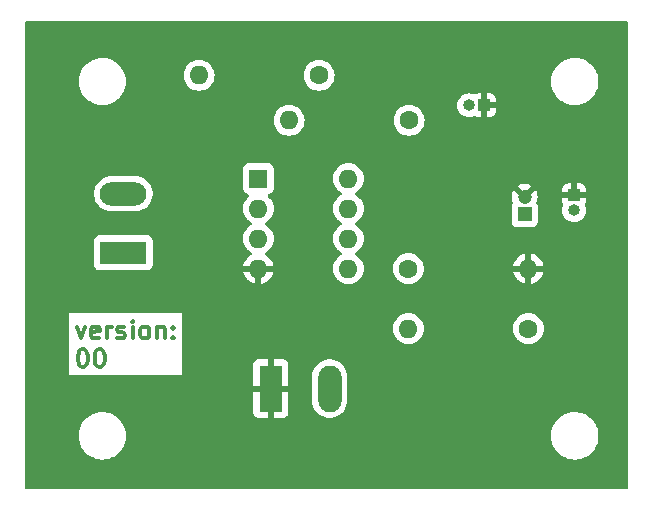
<source format=gbr>
%TF.GenerationSoftware,KiCad,Pcbnew,7.0.9*%
%TF.CreationDate,2023-12-14T14:42:03+01:00*%
%TF.ProjectId,Group15_AMP,47726f75-7031-4355-9f41-4d502e6b6963,00*%
%TF.SameCoordinates,PX66f2fb0PY6bcb370*%
%TF.FileFunction,Copper,L1,Top*%
%TF.FilePolarity,Positive*%
%FSLAX46Y46*%
G04 Gerber Fmt 4.6, Leading zero omitted, Abs format (unit mm)*
G04 Created by KiCad (PCBNEW 7.0.9) date 2023-12-14 14:42:03*
%MOMM*%
%LPD*%
G01*
G04 APERTURE LIST*
%ADD10C,0.300000*%
%TA.AperFunction,NonConductor*%
%ADD11C,0.300000*%
%TD*%
%TA.AperFunction,ComponentPad*%
%ADD12R,1.200000X1.200000*%
%TD*%
%TA.AperFunction,ComponentPad*%
%ADD13C,1.200000*%
%TD*%
%TA.AperFunction,ComponentPad*%
%ADD14R,3.960000X1.980000*%
%TD*%
%TA.AperFunction,ComponentPad*%
%ADD15O,3.960000X1.980000*%
%TD*%
%TA.AperFunction,ComponentPad*%
%ADD16R,1.980000X3.960000*%
%TD*%
%TA.AperFunction,ComponentPad*%
%ADD17O,1.980000X3.960000*%
%TD*%
%TA.AperFunction,ComponentPad*%
%ADD18C,1.600000*%
%TD*%
%TA.AperFunction,ComponentPad*%
%ADD19O,1.600000X1.600000*%
%TD*%
%TA.AperFunction,ComponentPad*%
%ADD20R,1.000000X1.000000*%
%TD*%
%TA.AperFunction,ComponentPad*%
%ADD21O,1.000000X1.000000*%
%TD*%
%TA.AperFunction,ComponentPad*%
%ADD22R,1.600000X1.600000*%
%TD*%
G04 APERTURE END LIST*
D10*
D11*
X4896653Y14284172D02*
X5253796Y13284172D01*
X5253796Y13284172D02*
X5610939Y14284172D01*
X6753796Y13355600D02*
X6610939Y13284172D01*
X6610939Y13284172D02*
X6325225Y13284172D01*
X6325225Y13284172D02*
X6182367Y13355600D01*
X6182367Y13355600D02*
X6110939Y13498458D01*
X6110939Y13498458D02*
X6110939Y14069886D01*
X6110939Y14069886D02*
X6182367Y14212743D01*
X6182367Y14212743D02*
X6325225Y14284172D01*
X6325225Y14284172D02*
X6610939Y14284172D01*
X6610939Y14284172D02*
X6753796Y14212743D01*
X6753796Y14212743D02*
X6825225Y14069886D01*
X6825225Y14069886D02*
X6825225Y13927029D01*
X6825225Y13927029D02*
X6110939Y13784172D01*
X7468081Y13284172D02*
X7468081Y14284172D01*
X7468081Y13998458D02*
X7539510Y14141315D01*
X7539510Y14141315D02*
X7610939Y14212743D01*
X7610939Y14212743D02*
X7753796Y14284172D01*
X7753796Y14284172D02*
X7896653Y14284172D01*
X8325224Y13355600D02*
X8468081Y13284172D01*
X8468081Y13284172D02*
X8753795Y13284172D01*
X8753795Y13284172D02*
X8896652Y13355600D01*
X8896652Y13355600D02*
X8968081Y13498458D01*
X8968081Y13498458D02*
X8968081Y13569886D01*
X8968081Y13569886D02*
X8896652Y13712743D01*
X8896652Y13712743D02*
X8753795Y13784172D01*
X8753795Y13784172D02*
X8539510Y13784172D01*
X8539510Y13784172D02*
X8396652Y13855600D01*
X8396652Y13855600D02*
X8325224Y13998458D01*
X8325224Y13998458D02*
X8325224Y14069886D01*
X8325224Y14069886D02*
X8396652Y14212743D01*
X8396652Y14212743D02*
X8539510Y14284172D01*
X8539510Y14284172D02*
X8753795Y14284172D01*
X8753795Y14284172D02*
X8896652Y14212743D01*
X9610938Y13284172D02*
X9610938Y14284172D01*
X9610938Y14784172D02*
X9539510Y14712743D01*
X9539510Y14712743D02*
X9610938Y14641315D01*
X9610938Y14641315D02*
X9682367Y14712743D01*
X9682367Y14712743D02*
X9610938Y14784172D01*
X9610938Y14784172D02*
X9610938Y14641315D01*
X10539510Y13284172D02*
X10396653Y13355600D01*
X10396653Y13355600D02*
X10325224Y13427029D01*
X10325224Y13427029D02*
X10253796Y13569886D01*
X10253796Y13569886D02*
X10253796Y13998458D01*
X10253796Y13998458D02*
X10325224Y14141315D01*
X10325224Y14141315D02*
X10396653Y14212743D01*
X10396653Y14212743D02*
X10539510Y14284172D01*
X10539510Y14284172D02*
X10753796Y14284172D01*
X10753796Y14284172D02*
X10896653Y14212743D01*
X10896653Y14212743D02*
X10968082Y14141315D01*
X10968082Y14141315D02*
X11039510Y13998458D01*
X11039510Y13998458D02*
X11039510Y13569886D01*
X11039510Y13569886D02*
X10968082Y13427029D01*
X10968082Y13427029D02*
X10896653Y13355600D01*
X10896653Y13355600D02*
X10753796Y13284172D01*
X10753796Y13284172D02*
X10539510Y13284172D01*
X11682367Y14284172D02*
X11682367Y13284172D01*
X11682367Y14141315D02*
X11753796Y14212743D01*
X11753796Y14212743D02*
X11896653Y14284172D01*
X11896653Y14284172D02*
X12110939Y14284172D01*
X12110939Y14284172D02*
X12253796Y14212743D01*
X12253796Y14212743D02*
X12325225Y14069886D01*
X12325225Y14069886D02*
X12325225Y13284172D01*
X13039510Y13427029D02*
X13110939Y13355600D01*
X13110939Y13355600D02*
X13039510Y13284172D01*
X13039510Y13284172D02*
X12968082Y13355600D01*
X12968082Y13355600D02*
X13039510Y13427029D01*
X13039510Y13427029D02*
X13039510Y13284172D01*
X13039510Y14212743D02*
X13110939Y14141315D01*
X13110939Y14141315D02*
X13039510Y14069886D01*
X13039510Y14069886D02*
X12968082Y14141315D01*
X12968082Y14141315D02*
X13039510Y14212743D01*
X13039510Y14212743D02*
X13039510Y14069886D01*
X5325225Y12369172D02*
X5468082Y12369172D01*
X5468082Y12369172D02*
X5610939Y12297743D01*
X5610939Y12297743D02*
X5682368Y12226315D01*
X5682368Y12226315D02*
X5753796Y12083458D01*
X5753796Y12083458D02*
X5825225Y11797743D01*
X5825225Y11797743D02*
X5825225Y11440600D01*
X5825225Y11440600D02*
X5753796Y11154886D01*
X5753796Y11154886D02*
X5682368Y11012029D01*
X5682368Y11012029D02*
X5610939Y10940600D01*
X5610939Y10940600D02*
X5468082Y10869172D01*
X5468082Y10869172D02*
X5325225Y10869172D01*
X5325225Y10869172D02*
X5182368Y10940600D01*
X5182368Y10940600D02*
X5110939Y11012029D01*
X5110939Y11012029D02*
X5039510Y11154886D01*
X5039510Y11154886D02*
X4968082Y11440600D01*
X4968082Y11440600D02*
X4968082Y11797743D01*
X4968082Y11797743D02*
X5039510Y12083458D01*
X5039510Y12083458D02*
X5110939Y12226315D01*
X5110939Y12226315D02*
X5182368Y12297743D01*
X5182368Y12297743D02*
X5325225Y12369172D01*
X6753796Y12369172D02*
X6896653Y12369172D01*
X6896653Y12369172D02*
X7039510Y12297743D01*
X7039510Y12297743D02*
X7110939Y12226315D01*
X7110939Y12226315D02*
X7182367Y12083458D01*
X7182367Y12083458D02*
X7253796Y11797743D01*
X7253796Y11797743D02*
X7253796Y11440600D01*
X7253796Y11440600D02*
X7182367Y11154886D01*
X7182367Y11154886D02*
X7110939Y11012029D01*
X7110939Y11012029D02*
X7039510Y10940600D01*
X7039510Y10940600D02*
X6896653Y10869172D01*
X6896653Y10869172D02*
X6753796Y10869172D01*
X6753796Y10869172D02*
X6610939Y10940600D01*
X6610939Y10940600D02*
X6539510Y11012029D01*
X6539510Y11012029D02*
X6468081Y11154886D01*
X6468081Y11154886D02*
X6396653Y11440600D01*
X6396653Y11440600D02*
X6396653Y11797743D01*
X6396653Y11797743D02*
X6468081Y12083458D01*
X6468081Y12083458D02*
X6539510Y12226315D01*
X6539510Y12226315D02*
X6610939Y12297743D01*
X6610939Y12297743D02*
X6753796Y12369172D01*
D12*
%TO.P,C1,1*%
%TO.N,IN3.3*%
X42800000Y23780000D03*
D13*
%TO.P,C1,2*%
%TO.N,GND*%
X42800000Y25280000D03*
%TD*%
D14*
%TO.P,J1,1,Pin_1*%
%TO.N,/Vin+*%
X8825000Y20540000D03*
D15*
%TO.P,J1,2,Pin_2*%
%TO.N,/Vin-*%
X8825000Y25540000D03*
%TD*%
D16*
%TO.P,J3,1,Pin_1*%
%TO.N,GND*%
X21300000Y9030000D03*
D17*
%TO.P,J3,2,Pin_2*%
%TO.N,IN3.3*%
X26300000Y9030000D03*
%TD*%
D18*
%TO.P,R2,1*%
%TO.N,Net-(Ina122-Pad5)*%
X32955000Y19190000D03*
D19*
%TO.P,R2,2*%
%TO.N,GND*%
X43115000Y19190000D03*
%TD*%
D20*
%TO.P,J4,1,Pin_1*%
%TO.N,GND*%
X39370000Y33020000D03*
D21*
%TO.P,J4,2,Pin_2*%
%TO.N,/Vo*%
X38100000Y33020000D03*
%TD*%
D20*
%TO.P,J2,1,Pin_1*%
%TO.N,GND*%
X46990000Y25400000D03*
D21*
%TO.P,J2,2,Pin_2*%
%TO.N,IN3.3*%
X46990000Y24130000D03*
%TD*%
D18*
%TO.P,RG1,1*%
%TO.N,Net-(RG1-Pad1)*%
X25400000Y35560000D03*
D19*
%TO.P,RG1,2*%
%TO.N,Net-(Ina122-Pad1)*%
X15240000Y35560000D03*
%TD*%
D18*
%TO.P,RG2,1*%
%TO.N,Net-(Ina122-Pad8)*%
X33020000Y31750000D03*
D19*
%TO.P,RG2,2*%
%TO.N,Net-(RG1-Pad1)*%
X22860000Y31750000D03*
%TD*%
D18*
%TO.P,R1,1*%
%TO.N,IN3.3*%
X43115000Y14110000D03*
D19*
%TO.P,R1,2*%
%TO.N,Net-(Ina122-Pad5)*%
X32955000Y14110000D03*
%TD*%
D22*
%TO.P,Ina122,1*%
%TO.N,Net-(Ina122-Pad1)*%
X20255000Y26810000D03*
D19*
%TO.P,Ina122,2*%
%TO.N,/Vin-*%
X20255000Y24270000D03*
%TO.P,Ina122,3*%
%TO.N,/Vin+*%
X20255000Y21730000D03*
%TO.P,Ina122,4*%
%TO.N,GND*%
X20255000Y19190000D03*
%TO.P,Ina122,5*%
%TO.N,Net-(Ina122-Pad5)*%
X27875000Y19190000D03*
%TO.P,Ina122,6*%
%TO.N,/Vo*%
X27875000Y21730000D03*
%TO.P,Ina122,7*%
%TO.N,IN3.3*%
X27875000Y24270000D03*
%TO.P,Ina122,8*%
%TO.N,Net-(Ina122-Pad8)*%
X27875000Y26810000D03*
%TD*%
%TA.AperFunction,Conductor*%
%TO.N,GND*%
G36*
X51495000Y40119538D02*
G01*
X51549538Y40065000D01*
X51569500Y39990500D01*
X51569500Y649500D01*
X51549538Y575000D01*
X51495000Y520462D01*
X51420500Y500500D01*
X649500Y500500D01*
X575000Y520462D01*
X520462Y575000D01*
X500500Y649500D01*
X500500Y5029995D01*
X5044390Y5029995D01*
X5064802Y4744583D01*
X5064804Y4744573D01*
X5125629Y4464960D01*
X5225633Y4196838D01*
X5362771Y3945688D01*
X5466128Y3807620D01*
X5534261Y3716605D01*
X5736605Y3514261D01*
X5873641Y3411677D01*
X5965687Y3342772D01*
X6216837Y3205634D01*
X6216839Y3205633D01*
X6484954Y3105631D01*
X6764572Y3044804D01*
X6764579Y3044804D01*
X6764582Y3044803D01*
X7049995Y3024390D01*
X7050000Y3024390D01*
X7050005Y3024390D01*
X7335417Y3044803D01*
X7335418Y3044804D01*
X7335428Y3044804D01*
X7615046Y3105631D01*
X7883161Y3205633D01*
X8022911Y3281943D01*
X8134312Y3342772D01*
X8134315Y3342774D01*
X8363395Y3514261D01*
X8565739Y3716605D01*
X8737226Y3945685D01*
X8874367Y4196839D01*
X8974369Y4464954D01*
X9035196Y4744572D01*
X9055610Y5029995D01*
X45044390Y5029995D01*
X45064802Y4744583D01*
X45064804Y4744573D01*
X45125629Y4464960D01*
X45225633Y4196838D01*
X45362771Y3945688D01*
X45466128Y3807620D01*
X45534261Y3716605D01*
X45736605Y3514261D01*
X45873641Y3411677D01*
X45965687Y3342772D01*
X46216837Y3205634D01*
X46216839Y3205633D01*
X46484954Y3105631D01*
X46764572Y3044804D01*
X46764579Y3044804D01*
X46764582Y3044803D01*
X47049995Y3024390D01*
X47050000Y3024390D01*
X47050005Y3024390D01*
X47335417Y3044803D01*
X47335418Y3044804D01*
X47335428Y3044804D01*
X47615046Y3105631D01*
X47883161Y3205633D01*
X48022911Y3281943D01*
X48134312Y3342772D01*
X48134315Y3342774D01*
X48363395Y3514261D01*
X48565739Y3716605D01*
X48737226Y3945685D01*
X48874367Y4196839D01*
X48974369Y4464954D01*
X49035196Y4744572D01*
X49055610Y5030000D01*
X49035196Y5315428D01*
X48974369Y5595046D01*
X48874367Y5863161D01*
X48825083Y5953418D01*
X48737228Y6114313D01*
X48668323Y6206359D01*
X48565739Y6343395D01*
X48363395Y6545739D01*
X48272380Y6613872D01*
X48134312Y6717229D01*
X47883162Y6854367D01*
X47654533Y6939641D01*
X47615046Y6954369D01*
X47615044Y6954370D01*
X47615040Y6954371D01*
X47395271Y7002178D01*
X47335428Y7015196D01*
X47335426Y7015197D01*
X47335417Y7015198D01*
X47050005Y7035610D01*
X47049995Y7035610D01*
X46764582Y7015198D01*
X46764572Y7015196D01*
X46484959Y6954371D01*
X46216837Y6854367D01*
X45965687Y6717229D01*
X45736606Y6545740D01*
X45534260Y6343394D01*
X45362771Y6114313D01*
X45225633Y5863163D01*
X45125629Y5595041D01*
X45064804Y5315428D01*
X45064802Y5315418D01*
X45044390Y5030006D01*
X45044390Y5029995D01*
X9055610Y5029995D01*
X9055610Y5030000D01*
X9035196Y5315428D01*
X8974369Y5595046D01*
X8874367Y5863161D01*
X8825083Y5953418D01*
X8737228Y6114313D01*
X8668323Y6206359D01*
X8565739Y6343395D01*
X8363395Y6545739D01*
X8272380Y6613872D01*
X8134312Y6717229D01*
X7883162Y6854367D01*
X7654533Y6939641D01*
X7615046Y6954369D01*
X7615044Y6954370D01*
X7615040Y6954371D01*
X7395271Y7002178D01*
X19810000Y7002178D01*
X19810001Y7002158D01*
X19816401Y6942623D01*
X19866645Y6807916D01*
X19866650Y6807906D01*
X19952809Y6692813D01*
X19952812Y6692810D01*
X20067905Y6606651D01*
X20067915Y6606646D01*
X20202623Y6556402D01*
X20202621Y6556402D01*
X20262157Y6550002D01*
X20262177Y6550000D01*
X21050000Y6550000D01*
X21050000Y8418943D01*
X21140892Y8384472D01*
X21260081Y8370000D01*
X21339919Y8370000D01*
X21459108Y8384472D01*
X21550000Y8418943D01*
X21550000Y6550000D01*
X22337823Y6550000D01*
X22337842Y6550002D01*
X22397377Y6556402D01*
X22532084Y6606646D01*
X22532094Y6606651D01*
X22647187Y6692810D01*
X22647190Y6692813D01*
X22733349Y6807906D01*
X22733354Y6807916D01*
X22783598Y6942623D01*
X22789998Y7002158D01*
X22790000Y7002178D01*
X22790000Y7978360D01*
X24809500Y7978360D01*
X24824789Y7793836D01*
X24885428Y7554375D01*
X24984649Y7328175D01*
X24984652Y7328169D01*
X25087046Y7171444D01*
X25119756Y7121377D01*
X25287054Y6939643D01*
X25287056Y6939641D01*
X25456298Y6807916D01*
X25481980Y6787927D01*
X25481986Y6787924D01*
X25657740Y6692810D01*
X25699221Y6670362D01*
X25932850Y6590157D01*
X26176494Y6549500D01*
X26176496Y6549500D01*
X26423504Y6549500D01*
X26423506Y6549500D01*
X26667150Y6590157D01*
X26900779Y6670362D01*
X27118020Y6787927D01*
X27312948Y6939645D01*
X27480245Y7121379D01*
X27615348Y7328169D01*
X27714572Y7554377D01*
X27775210Y7793831D01*
X27790500Y7978355D01*
X27790500Y10081645D01*
X27775210Y10266169D01*
X27714572Y10505623D01*
X27615348Y10731831D01*
X27480245Y10938621D01*
X27480244Y10938622D01*
X27480243Y10938624D01*
X27352815Y11077047D01*
X27312948Y11120355D01*
X27312947Y11120356D01*
X27312945Y11120358D01*
X27312943Y11120360D01*
X27118024Y11272070D01*
X27118023Y11272071D01*
X27118020Y11272073D01*
X27118013Y11272077D01*
X26900784Y11389636D01*
X26900780Y11389638D01*
X26667153Y11469842D01*
X26667152Y11469843D01*
X26667150Y11469843D01*
X26423506Y11510500D01*
X26176494Y11510500D01*
X25932850Y11469843D01*
X25932848Y11469843D01*
X25932846Y11469842D01*
X25699219Y11389638D01*
X25699215Y11389636D01*
X25481986Y11272077D01*
X25481975Y11272070D01*
X25287056Y11120360D01*
X25287054Y11120358D01*
X25119756Y10938624D01*
X24984651Y10731829D01*
X24984649Y10731826D01*
X24885428Y10505626D01*
X24824789Y10266165D01*
X24809500Y10081640D01*
X24809500Y7978360D01*
X22790000Y7978360D01*
X22790000Y8780000D01*
X21914168Y8780000D01*
X21921643Y8794242D01*
X21960000Y8949862D01*
X21960000Y9110138D01*
X21921643Y9265758D01*
X21914168Y9280000D01*
X22790000Y9280000D01*
X22790000Y11057823D01*
X22789998Y11057843D01*
X22783598Y11117378D01*
X22733354Y11252085D01*
X22733349Y11252095D01*
X22647190Y11367188D01*
X22647187Y11367191D01*
X22532094Y11453350D01*
X22532084Y11453355D01*
X22397376Y11503599D01*
X22397378Y11503599D01*
X22337842Y11509999D01*
X22337823Y11510000D01*
X21550000Y11510000D01*
X21550000Y9641058D01*
X21459108Y9675528D01*
X21339919Y9690000D01*
X21260081Y9690000D01*
X21140892Y9675528D01*
X21050000Y9641058D01*
X21050000Y11510000D01*
X20262177Y11510000D01*
X20262157Y11509999D01*
X20202622Y11503599D01*
X20067915Y11453355D01*
X20067905Y11453350D01*
X19952812Y11367191D01*
X19952809Y11367188D01*
X19866650Y11252095D01*
X19866645Y11252085D01*
X19816401Y11117378D01*
X19810001Y11057843D01*
X19810000Y11057823D01*
X19810000Y9280000D01*
X20685832Y9280000D01*
X20678357Y9265758D01*
X20640000Y9110138D01*
X20640000Y8949862D01*
X20678357Y8794242D01*
X20685832Y8780000D01*
X19810000Y8780000D01*
X19810000Y7002178D01*
X7395271Y7002178D01*
X7335428Y7015196D01*
X7335426Y7015197D01*
X7335417Y7015198D01*
X7050005Y7035610D01*
X7049995Y7035610D01*
X6764582Y7015198D01*
X6764572Y7015196D01*
X6484959Y6954371D01*
X6216837Y6854367D01*
X5965687Y6717229D01*
X5736606Y6545740D01*
X5534260Y6343394D01*
X5362771Y6114313D01*
X5225633Y5863163D01*
X5125629Y5595041D01*
X5064804Y5315428D01*
X5064802Y5315418D01*
X5044390Y5030006D01*
X5044390Y5029995D01*
X500500Y5029995D01*
X500500Y15439963D01*
X4243387Y15439963D01*
X4243387Y10213660D01*
X13761439Y10213660D01*
X13761439Y14110000D01*
X31649532Y14110000D01*
X31669365Y13883308D01*
X31728261Y13663504D01*
X31824432Y13457266D01*
X31824435Y13457262D01*
X31824437Y13457259D01*
X31954951Y13270863D01*
X31954953Y13270861D01*
X32115861Y13109953D01*
X32302266Y12979432D01*
X32508504Y12883261D01*
X32728308Y12824365D01*
X32955000Y12804532D01*
X33181692Y12824365D01*
X33401496Y12883261D01*
X33607734Y12979432D01*
X33794139Y13109953D01*
X33955047Y13270861D01*
X34085568Y13457266D01*
X34181739Y13663504D01*
X34240635Y13883308D01*
X34260468Y14110000D01*
X41809532Y14110000D01*
X41829365Y13883308D01*
X41888261Y13663504D01*
X41984432Y13457266D01*
X41984435Y13457262D01*
X41984437Y13457259D01*
X42114951Y13270863D01*
X42114953Y13270861D01*
X42275861Y13109953D01*
X42462266Y12979432D01*
X42668504Y12883261D01*
X42888308Y12824365D01*
X43115000Y12804532D01*
X43341692Y12824365D01*
X43561496Y12883261D01*
X43767734Y12979432D01*
X43954139Y13109953D01*
X44115047Y13270861D01*
X44245568Y13457266D01*
X44341739Y13663504D01*
X44400635Y13883308D01*
X44420468Y14110000D01*
X44400635Y14336692D01*
X44341739Y14556496D01*
X44245568Y14762734D01*
X44115047Y14949139D01*
X43954139Y15110047D01*
X43954137Y15110049D01*
X43767741Y15240563D01*
X43767738Y15240565D01*
X43767734Y15240568D01*
X43561496Y15336739D01*
X43341692Y15395635D01*
X43341693Y15395635D01*
X43115000Y15415468D01*
X42888306Y15395635D01*
X42668507Y15336740D01*
X42668506Y15336740D01*
X42668504Y15336739D01*
X42462266Y15240568D01*
X42462263Y15240566D01*
X42462261Y15240565D01*
X42462258Y15240563D01*
X42275862Y15110049D01*
X42114951Y14949138D01*
X41984437Y14762742D01*
X41984435Y14762739D01*
X41984434Y14762737D01*
X41984432Y14762734D01*
X41888261Y14556496D01*
X41888260Y14556493D01*
X41829365Y14336694D01*
X41829365Y14336692D01*
X41809532Y14110000D01*
X34260468Y14110000D01*
X34240635Y14336692D01*
X34181739Y14556496D01*
X34085568Y14762734D01*
X33955047Y14949139D01*
X33794139Y15110047D01*
X33794137Y15110049D01*
X33607741Y15240563D01*
X33607738Y15240565D01*
X33607734Y15240568D01*
X33401496Y15336739D01*
X33181692Y15395635D01*
X33181693Y15395635D01*
X32955000Y15415468D01*
X32728306Y15395635D01*
X32508507Y15336740D01*
X32508506Y15336740D01*
X32508504Y15336739D01*
X32302266Y15240568D01*
X32302263Y15240566D01*
X32302261Y15240565D01*
X32302258Y15240563D01*
X32115862Y15110049D01*
X31954951Y14949138D01*
X31824437Y14762742D01*
X31824435Y14762739D01*
X31824434Y14762737D01*
X31824432Y14762734D01*
X31728261Y14556496D01*
X31728260Y14556493D01*
X31669365Y14336694D01*
X31669365Y14336692D01*
X31649532Y14110000D01*
X13761439Y14110000D01*
X13761439Y15439963D01*
X4243387Y15439963D01*
X500500Y15439963D01*
X500500Y19502137D01*
X6344500Y19502137D01*
X6344502Y19502112D01*
X6350908Y19442522D01*
X6350909Y19442516D01*
X6401202Y19307671D01*
X6401204Y19307667D01*
X6487452Y19192456D01*
X6487455Y19192453D01*
X6602666Y19106205D01*
X6602670Y19106203D01*
X6737517Y19055909D01*
X6797114Y19049501D01*
X6797118Y19049501D01*
X6797127Y19049500D01*
X10852872Y19049501D01*
X10912483Y19055909D01*
X11008447Y19091702D01*
X11047329Y19106203D01*
X11047333Y19106205D01*
X11104938Y19149329D01*
X11162546Y19192454D01*
X11248796Y19307669D01*
X11251586Y19315148D01*
X11289459Y19416692D01*
X11299091Y19442517D01*
X11300823Y19458630D01*
X11305499Y19502115D01*
X11305499Y19502118D01*
X11305500Y19502127D01*
X11305499Y21577872D01*
X11299091Y21637483D01*
X11284588Y21676367D01*
X11264585Y21730000D01*
X18949532Y21730000D01*
X18969365Y21503308D01*
X19028261Y21283504D01*
X19124432Y21077266D01*
X19124435Y21077262D01*
X19124437Y21077259D01*
X19254951Y20890863D01*
X19254953Y20890861D01*
X19415861Y20729953D01*
X19602266Y20599432D01*
X19612279Y20594763D01*
X19671360Y20545186D01*
X19697738Y20472708D01*
X19684344Y20396752D01*
X19634766Y20337670D01*
X19612278Y20324687D01*
X19602529Y20320142D01*
X19602517Y20320135D01*
X19416182Y20189661D01*
X19255339Y20028818D01*
X19124865Y19842483D01*
X19124862Y19842478D01*
X19028733Y19636326D01*
X19028732Y19636324D01*
X18976127Y19440001D01*
X18976128Y19440000D01*
X19939314Y19440000D01*
X19927359Y19428045D01*
X19869835Y19315148D01*
X19850014Y19190000D01*
X19869835Y19064852D01*
X19927359Y18951955D01*
X19939314Y18940000D01*
X18976128Y18940000D01*
X19028732Y18743677D01*
X19028733Y18743675D01*
X19124862Y18537523D01*
X19124865Y18537518D01*
X19255339Y18351183D01*
X19416182Y18190340D01*
X19602517Y18059866D01*
X19602522Y18059863D01*
X19808674Y17963734D01*
X19808676Y17963733D01*
X20004999Y17911128D01*
X20005000Y17911129D01*
X20005000Y18874314D01*
X20016955Y18862359D01*
X20129852Y18804835D01*
X20223519Y18790000D01*
X20286481Y18790000D01*
X20380148Y18804835D01*
X20493045Y18862359D01*
X20505000Y18874314D01*
X20505000Y17911128D01*
X20701323Y17963733D01*
X20701325Y17963734D01*
X20907477Y18059863D01*
X20907482Y18059866D01*
X21093817Y18190340D01*
X21254660Y18351183D01*
X21385134Y18537518D01*
X21385137Y18537523D01*
X21481266Y18743675D01*
X21481267Y18743677D01*
X21533872Y18940000D01*
X20570686Y18940000D01*
X20582641Y18951955D01*
X20640165Y19064852D01*
X20659986Y19190000D01*
X26569532Y19190000D01*
X26589365Y18963308D01*
X26648261Y18743504D01*
X26744432Y18537266D01*
X26744435Y18537262D01*
X26744437Y18537259D01*
X26874951Y18350863D01*
X26874953Y18350861D01*
X27035861Y18189953D01*
X27222266Y18059432D01*
X27428504Y17963261D01*
X27648308Y17904365D01*
X27875000Y17884532D01*
X28101692Y17904365D01*
X28321496Y17963261D01*
X28527734Y18059432D01*
X28714139Y18189953D01*
X28875047Y18350861D01*
X29005568Y18537266D01*
X29101739Y18743504D01*
X29160635Y18963308D01*
X29180468Y19190000D01*
X31649532Y19190000D01*
X31669365Y18963308D01*
X31728261Y18743504D01*
X31824432Y18537266D01*
X31824435Y18537262D01*
X31824437Y18537259D01*
X31954951Y18350863D01*
X31954953Y18350861D01*
X32115861Y18189953D01*
X32302266Y18059432D01*
X32508504Y17963261D01*
X32728308Y17904365D01*
X32955000Y17884532D01*
X33181692Y17904365D01*
X33401496Y17963261D01*
X33607734Y18059432D01*
X33794139Y18189953D01*
X33955047Y18350861D01*
X34085568Y18537266D01*
X34181739Y18743504D01*
X34240635Y18963308D01*
X34260468Y19190000D01*
X34240635Y19416692D01*
X34234389Y19440001D01*
X41836127Y19440001D01*
X41836128Y19440000D01*
X42799314Y19440000D01*
X42787359Y19428045D01*
X42729835Y19315148D01*
X42710014Y19190000D01*
X42729835Y19064852D01*
X42787359Y18951955D01*
X42799314Y18940000D01*
X41836128Y18940000D01*
X41888732Y18743677D01*
X41888733Y18743675D01*
X41984862Y18537523D01*
X41984865Y18537518D01*
X42115339Y18351183D01*
X42276182Y18190340D01*
X42462517Y18059866D01*
X42462522Y18059863D01*
X42668674Y17963734D01*
X42668676Y17963733D01*
X42864999Y17911128D01*
X42865000Y17911129D01*
X42865000Y18874314D01*
X42876955Y18862359D01*
X42989852Y18804835D01*
X43083519Y18790000D01*
X43146481Y18790000D01*
X43240148Y18804835D01*
X43353045Y18862359D01*
X43365000Y18874314D01*
X43365000Y17911128D01*
X43561323Y17963733D01*
X43561325Y17963734D01*
X43767477Y18059863D01*
X43767482Y18059866D01*
X43953817Y18190340D01*
X44114660Y18351183D01*
X44245134Y18537518D01*
X44245137Y18537523D01*
X44341266Y18743675D01*
X44341267Y18743677D01*
X44393872Y18940000D01*
X43430686Y18940000D01*
X43442641Y18951955D01*
X43500165Y19064852D01*
X43519986Y19190000D01*
X43500165Y19315148D01*
X43442641Y19428045D01*
X43430686Y19440000D01*
X44393872Y19440000D01*
X44393872Y19440001D01*
X44341267Y19636324D01*
X44341266Y19636326D01*
X44245137Y19842478D01*
X44245134Y19842483D01*
X44114660Y20028818D01*
X43953817Y20189661D01*
X43767482Y20320135D01*
X43767477Y20320138D01*
X43561325Y20416267D01*
X43365000Y20468873D01*
X43365000Y19505686D01*
X43353045Y19517641D01*
X43240148Y19575165D01*
X43146481Y19590000D01*
X43083519Y19590000D01*
X42989852Y19575165D01*
X42876955Y19517641D01*
X42865000Y19505686D01*
X42865000Y20468873D01*
X42668674Y20416267D01*
X42462522Y20320138D01*
X42462517Y20320135D01*
X42276182Y20189661D01*
X42115339Y20028818D01*
X41984865Y19842483D01*
X41984862Y19842478D01*
X41888733Y19636326D01*
X41888732Y19636324D01*
X41836127Y19440001D01*
X34234389Y19440001D01*
X34181739Y19636496D01*
X34085568Y19842734D01*
X33955047Y20029139D01*
X33794139Y20190047D01*
X33794137Y20190049D01*
X33607741Y20320563D01*
X33607738Y20320565D01*
X33607734Y20320568D01*
X33401496Y20416739D01*
X33181692Y20475635D01*
X33181693Y20475635D01*
X32955000Y20495468D01*
X32728306Y20475635D01*
X32508507Y20416740D01*
X32508506Y20416740D01*
X32508504Y20416739D01*
X32302266Y20320568D01*
X32302263Y20320566D01*
X32302261Y20320565D01*
X32302258Y20320563D01*
X32115862Y20190049D01*
X31954951Y20029138D01*
X31824437Y19842742D01*
X31824435Y19842739D01*
X31824434Y19842737D01*
X31824432Y19842734D01*
X31824313Y19842478D01*
X31728260Y19636493D01*
X31669365Y19416694D01*
X31649747Y19192456D01*
X31649532Y19190000D01*
X29180468Y19190000D01*
X29160635Y19416692D01*
X29101739Y19636496D01*
X29005568Y19842734D01*
X28875047Y20029139D01*
X28714139Y20190047D01*
X28714137Y20190049D01*
X28527741Y20320563D01*
X28527734Y20320568D01*
X28527732Y20320569D01*
X28518312Y20324962D01*
X28459230Y20374537D01*
X28432851Y20447014D01*
X28446244Y20522970D01*
X28495821Y20582054D01*
X28518311Y20595038D01*
X28527734Y20599432D01*
X28714139Y20729953D01*
X28875047Y20890861D01*
X29005568Y21077266D01*
X29101739Y21283504D01*
X29160635Y21503308D01*
X29180468Y21730000D01*
X29160635Y21956692D01*
X29101739Y22176496D01*
X29005568Y22382734D01*
X28875047Y22569139D01*
X28714139Y22730047D01*
X28714137Y22730049D01*
X28527741Y22860563D01*
X28527734Y22860568D01*
X28527732Y22860569D01*
X28518312Y22864962D01*
X28459230Y22914537D01*
X28432851Y22987014D01*
X28446244Y23062970D01*
X28495821Y23122054D01*
X28518311Y23135038D01*
X28527734Y23139432D01*
X28714139Y23269953D01*
X28875047Y23430861D01*
X29005568Y23617266D01*
X29101739Y23823504D01*
X29160635Y24043308D01*
X29180468Y24270000D01*
X29160635Y24496692D01*
X29101739Y24716496D01*
X29005568Y24922734D01*
X28906383Y25064386D01*
X28875048Y25109138D01*
X28714137Y25270049D01*
X28699931Y25279996D01*
X41695287Y25279996D01*
X41714096Y25077015D01*
X41714096Y25077012D01*
X41769885Y24880934D01*
X41800821Y24818805D01*
X41816158Y24743218D01*
X41791647Y24670088D01*
X41786723Y24663100D01*
X41756202Y24622329D01*
X41705908Y24487483D01*
X41699500Y24427886D01*
X41699500Y23132137D01*
X41699502Y23132112D01*
X41705908Y23072522D01*
X41705909Y23072516D01*
X41756202Y22937671D01*
X41756204Y22937667D01*
X41842452Y22822456D01*
X41842455Y22822453D01*
X41957666Y22736205D01*
X41957670Y22736203D01*
X42092517Y22685909D01*
X42152114Y22679501D01*
X42152118Y22679501D01*
X42152127Y22679500D01*
X43447872Y22679501D01*
X43507483Y22685909D01*
X43603447Y22721702D01*
X43642329Y22736203D01*
X43642333Y22736205D01*
X43699938Y22779329D01*
X43757546Y22822454D01*
X43800671Y22880062D01*
X43843795Y22937667D01*
X43843797Y22937671D01*
X43890530Y23062970D01*
X43894091Y23072517D01*
X43899697Y23124660D01*
X43900499Y23132115D01*
X43900499Y23132118D01*
X43900500Y23132127D01*
X43900499Y24130000D01*
X45984659Y24130000D01*
X46003976Y23933866D01*
X46061187Y23745269D01*
X46154083Y23571474D01*
X46154087Y23571468D01*
X46154090Y23571462D01*
X46279117Y23419117D01*
X46431462Y23294090D01*
X46431471Y23294085D01*
X46431473Y23294084D01*
X46605268Y23201188D01*
X46605270Y23201188D01*
X46605273Y23201186D01*
X46793868Y23143976D01*
X46990000Y23124659D01*
X47186132Y23143976D01*
X47374727Y23201186D01*
X47548538Y23294090D01*
X47700883Y23419117D01*
X47825910Y23571462D01*
X47918814Y23745273D01*
X47976024Y23933868D01*
X47995341Y24130000D01*
X47976024Y24326132D01*
X47918814Y24514727D01*
X47918813Y24514729D01*
X47918281Y24516014D01*
X47918171Y24516845D01*
X47916689Y24521732D01*
X47917495Y24521977D01*
X47908214Y24592482D01*
X47930540Y24647300D01*
X47928244Y24648554D01*
X47933353Y24657912D01*
X47983598Y24792623D01*
X47989998Y24852158D01*
X47990000Y24852178D01*
X47990000Y25150000D01*
X47235581Y25150000D01*
X47287060Y25205921D01*
X47333982Y25312892D01*
X47343628Y25429302D01*
X47314953Y25542538D01*
X47251064Y25640327D01*
X47158885Y25712072D01*
X47048405Y25750000D01*
X46960995Y25750000D01*
X46874784Y25735614D01*
X46772053Y25680019D01*
X46692940Y25594079D01*
X46646018Y25487108D01*
X46636372Y25370698D01*
X46665047Y25257462D01*
X46728936Y25159673D01*
X46741364Y25150000D01*
X45990000Y25150000D01*
X45990000Y24852178D01*
X45990001Y24852158D01*
X45996401Y24792623D01*
X46046644Y24657917D01*
X46051755Y24648558D01*
X46049373Y24647258D01*
X46072006Y24590731D01*
X46062541Y24521965D01*
X46063311Y24521731D01*
X46061843Y24516892D01*
X46061724Y24516027D01*
X46061188Y24514734D01*
X46003976Y24326135D01*
X45984659Y24130000D01*
X43900499Y24130000D01*
X43900499Y24427872D01*
X43894091Y24487483D01*
X43843797Y24622329D01*
X43843797Y24622330D01*
X43843794Y24622334D01*
X43813278Y24663099D01*
X43784612Y24734702D01*
X43795588Y24811045D01*
X43799180Y24818809D01*
X43830114Y24880932D01*
X43885903Y25077012D01*
X43885903Y25077015D01*
X43904713Y25279996D01*
X43904713Y25280005D01*
X43885903Y25482986D01*
X43838384Y25650000D01*
X45990000Y25650000D01*
X46740000Y25650000D01*
X46740000Y26400000D01*
X47240000Y26400000D01*
X47240000Y25650000D01*
X47990000Y25650000D01*
X47990000Y25947823D01*
X47989998Y25947843D01*
X47983598Y26007378D01*
X47933354Y26142085D01*
X47933349Y26142095D01*
X47847190Y26257188D01*
X47847187Y26257191D01*
X47732094Y26343350D01*
X47732084Y26343355D01*
X47597376Y26393599D01*
X47597378Y26393599D01*
X47537842Y26399999D01*
X47537823Y26400000D01*
X47240000Y26400000D01*
X46740000Y26400000D01*
X46442177Y26400000D01*
X46442157Y26399999D01*
X46382622Y26393599D01*
X46247915Y26343355D01*
X46247905Y26343350D01*
X46132812Y26257191D01*
X46132809Y26257188D01*
X46046650Y26142095D01*
X46046645Y26142085D01*
X45996401Y26007378D01*
X45990001Y25947843D01*
X45990000Y25947823D01*
X45990000Y25650000D01*
X43838384Y25650000D01*
X43830113Y25679070D01*
X43739247Y25861554D01*
X43739244Y25861559D01*
X43737465Y25863915D01*
X43095346Y25221796D01*
X43103895Y25251840D01*
X43093546Y25363521D01*
X43043552Y25463922D01*
X42960666Y25539484D01*
X42856080Y25580000D01*
X42772198Y25580000D01*
X42689750Y25564588D01*
X42594390Y25505543D01*
X42526799Y25416038D01*
X42496105Y25308160D01*
X42504052Y25222395D01*
X41862533Y25863914D01*
X41860754Y25861557D01*
X41860753Y25861556D01*
X41769886Y25679070D01*
X41714096Y25482986D01*
X41695287Y25280005D01*
X41695287Y25279996D01*
X28699931Y25279996D01*
X28527741Y25400563D01*
X28527734Y25400568D01*
X28527732Y25400569D01*
X28518312Y25404962D01*
X28459230Y25454537D01*
X28432851Y25527014D01*
X28446244Y25602970D01*
X28495821Y25662054D01*
X28518311Y25675038D01*
X28527734Y25679432D01*
X28714139Y25809953D01*
X28875047Y25970861D01*
X29005568Y26157266D01*
X29032137Y26214243D01*
X42219310Y26214243D01*
X42799999Y25633554D01*
X43380687Y26214242D01*
X43292414Y26268898D01*
X43102317Y26342542D01*
X42901934Y26380000D01*
X42698065Y26380000D01*
X42497682Y26342542D01*
X42307585Y26268898D01*
X42219310Y26214243D01*
X29032137Y26214243D01*
X29101739Y26363504D01*
X29160635Y26583308D01*
X29180468Y26810000D01*
X29160635Y27036692D01*
X29101739Y27256496D01*
X29005568Y27462734D01*
X28875047Y27649139D01*
X28714139Y27810047D01*
X28714137Y27810049D01*
X28527741Y27940563D01*
X28527738Y27940565D01*
X28527734Y27940568D01*
X28321496Y28036739D01*
X28101692Y28095635D01*
X28101693Y28095635D01*
X27875000Y28115468D01*
X27648306Y28095635D01*
X27428507Y28036740D01*
X27428506Y28036740D01*
X27428504Y28036739D01*
X27222266Y27940568D01*
X27222263Y27940566D01*
X27222261Y27940565D01*
X27222258Y27940563D01*
X27035862Y27810049D01*
X26874951Y27649138D01*
X26744437Y27462742D01*
X26744435Y27462739D01*
X26744434Y27462737D01*
X26744432Y27462734D01*
X26648261Y27256496D01*
X26648260Y27256493D01*
X26589365Y27036694D01*
X26573499Y26855348D01*
X26569532Y26810000D01*
X26589365Y26583308D01*
X26648261Y26363504D01*
X26744432Y26157266D01*
X26744435Y26157262D01*
X26744437Y26157259D01*
X26874951Y25970863D01*
X27035862Y25809952D01*
X27096249Y25767669D01*
X27222266Y25679432D01*
X27231685Y25675040D01*
X27231689Y25675038D01*
X27290771Y25625460D01*
X27317148Y25552982D01*
X27303753Y25477026D01*
X27254175Y25417944D01*
X27231689Y25404962D01*
X27222268Y25400569D01*
X27222258Y25400563D01*
X27035862Y25270049D01*
X26874951Y25109138D01*
X26744437Y24922742D01*
X26744435Y24922739D01*
X26744434Y24922737D01*
X26744432Y24922734D01*
X26648261Y24716496D01*
X26648260Y24716493D01*
X26589365Y24496694D01*
X26569532Y24270000D01*
X26587485Y24064790D01*
X26589365Y24043308D01*
X26648261Y23823504D01*
X26744432Y23617266D01*
X26744435Y23617262D01*
X26744437Y23617259D01*
X26874951Y23430863D01*
X26874953Y23430861D01*
X27035861Y23269953D01*
X27222266Y23139432D01*
X27231685Y23135040D01*
X27231689Y23135038D01*
X27290771Y23085460D01*
X27317148Y23012982D01*
X27303753Y22937026D01*
X27254175Y22877944D01*
X27231689Y22864962D01*
X27222268Y22860569D01*
X27222258Y22860563D01*
X27035862Y22730049D01*
X26874951Y22569138D01*
X26744437Y22382742D01*
X26744435Y22382739D01*
X26744434Y22382737D01*
X26744432Y22382734D01*
X26648261Y22176496D01*
X26648260Y22176493D01*
X26589365Y21956694D01*
X26583315Y21887545D01*
X26569532Y21730000D01*
X26589365Y21503308D01*
X26648261Y21283504D01*
X26744432Y21077266D01*
X26744435Y21077262D01*
X26744437Y21077259D01*
X26874951Y20890863D01*
X26874953Y20890861D01*
X27035861Y20729953D01*
X27222266Y20599432D01*
X27231685Y20595040D01*
X27231689Y20595038D01*
X27290771Y20545460D01*
X27317148Y20472982D01*
X27303753Y20397026D01*
X27254175Y20337944D01*
X27231689Y20324962D01*
X27222268Y20320569D01*
X27222258Y20320563D01*
X27035862Y20190049D01*
X26874951Y20029138D01*
X26744437Y19842742D01*
X26744435Y19842739D01*
X26744434Y19842737D01*
X26744432Y19842734D01*
X26744313Y19842478D01*
X26648260Y19636493D01*
X26589365Y19416694D01*
X26569747Y19192456D01*
X26569532Y19190000D01*
X20659986Y19190000D01*
X20640165Y19315148D01*
X20582641Y19428045D01*
X20570686Y19440000D01*
X21533872Y19440000D01*
X21533872Y19440001D01*
X21481267Y19636324D01*
X21481266Y19636326D01*
X21385137Y19842478D01*
X21385134Y19842483D01*
X21254660Y20028818D01*
X21093817Y20189661D01*
X20907482Y20320135D01*
X20907477Y20320138D01*
X20897724Y20324685D01*
X20838641Y20374262D01*
X20812261Y20446738D01*
X20825654Y20522695D01*
X20875231Y20581778D01*
X20897722Y20594764D01*
X20907734Y20599432D01*
X21094139Y20729953D01*
X21255047Y20890861D01*
X21385568Y21077266D01*
X21481739Y21283504D01*
X21540635Y21503308D01*
X21560468Y21730000D01*
X21540635Y21956692D01*
X21481739Y22176496D01*
X21385568Y22382734D01*
X21255047Y22569139D01*
X21094139Y22730047D01*
X21094137Y22730049D01*
X20907741Y22860563D01*
X20907734Y22860568D01*
X20907732Y22860569D01*
X20898312Y22864962D01*
X20839230Y22914537D01*
X20812851Y22987014D01*
X20826244Y23062970D01*
X20875821Y23122054D01*
X20898311Y23135038D01*
X20907734Y23139432D01*
X21094139Y23269953D01*
X21255047Y23430861D01*
X21385568Y23617266D01*
X21481739Y23823504D01*
X21540635Y24043308D01*
X21560468Y24270000D01*
X21540635Y24496692D01*
X21481739Y24716496D01*
X21385568Y24922734D01*
X21286383Y25064386D01*
X21255048Y25109138D01*
X21097256Y25266930D01*
X21058692Y25333725D01*
X21058692Y25410853D01*
X21097256Y25477648D01*
X21154482Y25510688D01*
X21153750Y25512652D01*
X21297329Y25566203D01*
X21297333Y25566205D01*
X21354938Y25609329D01*
X21412546Y25652454D01*
X21498796Y25767669D01*
X21549091Y25902517D01*
X21553964Y25947843D01*
X21555499Y25962115D01*
X21555499Y25962118D01*
X21555500Y25962127D01*
X21555499Y27657872D01*
X21549091Y27717483D01*
X21514567Y27810047D01*
X21498797Y27852330D01*
X21498795Y27852334D01*
X21412547Y27967545D01*
X21412544Y27967548D01*
X21297333Y28053796D01*
X21297329Y28053798D01*
X21162482Y28104092D01*
X21102876Y28110500D01*
X19407136Y28110500D01*
X19407111Y28110498D01*
X19347521Y28104092D01*
X19347515Y28104091D01*
X19212670Y28053798D01*
X19212666Y28053796D01*
X19097455Y27967548D01*
X19097452Y27967545D01*
X19011204Y27852334D01*
X19011202Y27852330D01*
X18960908Y27717483D01*
X18954500Y27657886D01*
X18954500Y25962137D01*
X18954502Y25962112D01*
X18960908Y25902522D01*
X18960909Y25902516D01*
X19011202Y25767671D01*
X19011204Y25767667D01*
X19097452Y25652456D01*
X19097455Y25652453D01*
X19212666Y25566205D01*
X19212670Y25566203D01*
X19356249Y25512652D01*
X19355249Y25509974D01*
X19409558Y25480739D01*
X19450095Y25415122D01*
X19452392Y25338028D01*
X19415834Y25270115D01*
X19412743Y25266930D01*
X19254951Y25109138D01*
X19124437Y24922742D01*
X19124435Y24922739D01*
X19124434Y24922737D01*
X19124432Y24922734D01*
X19028261Y24716496D01*
X19028260Y24716493D01*
X18969365Y24496694D01*
X18949532Y24270000D01*
X18967485Y24064790D01*
X18969365Y24043308D01*
X19028261Y23823504D01*
X19124432Y23617266D01*
X19124435Y23617262D01*
X19124437Y23617259D01*
X19254951Y23430863D01*
X19254953Y23430861D01*
X19415861Y23269953D01*
X19602266Y23139432D01*
X19611685Y23135040D01*
X19611689Y23135038D01*
X19670771Y23085460D01*
X19697148Y23012982D01*
X19683753Y22937026D01*
X19634175Y22877944D01*
X19611689Y22864962D01*
X19602268Y22860569D01*
X19602258Y22860563D01*
X19415862Y22730049D01*
X19254951Y22569138D01*
X19124437Y22382742D01*
X19124435Y22382739D01*
X19124434Y22382737D01*
X19124432Y22382734D01*
X19028261Y22176496D01*
X19028260Y22176493D01*
X18969365Y21956694D01*
X18963315Y21887545D01*
X18949532Y21730000D01*
X11264585Y21730000D01*
X11248797Y21772330D01*
X11248795Y21772334D01*
X11162547Y21887545D01*
X11162544Y21887548D01*
X11047333Y21973796D01*
X11047329Y21973798D01*
X10912482Y22024092D01*
X10852876Y22030500D01*
X6797136Y22030500D01*
X6797111Y22030498D01*
X6737521Y22024092D01*
X6737515Y22024091D01*
X6602670Y21973798D01*
X6602666Y21973796D01*
X6487455Y21887548D01*
X6487452Y21887545D01*
X6401204Y21772334D01*
X6401202Y21772330D01*
X6350908Y21637483D01*
X6344500Y21577886D01*
X6344500Y19502137D01*
X500500Y19502137D01*
X500500Y25416494D01*
X6344500Y25416494D01*
X6385157Y25172850D01*
X6385158Y25172847D01*
X6465362Y24939220D01*
X6465364Y24939216D01*
X6582923Y24721987D01*
X6582930Y24721976D01*
X6734640Y24527057D01*
X6734642Y24527055D01*
X6734644Y24527053D01*
X6734645Y24527052D01*
X6748034Y24514727D01*
X6916376Y24359757D01*
X6916378Y24359756D01*
X6916379Y24359755D01*
X7123169Y24224652D01*
X7123174Y24224650D01*
X7349374Y24125429D01*
X7349375Y24125429D01*
X7349377Y24125428D01*
X7588831Y24064790D01*
X7773355Y24049500D01*
X7773360Y24049500D01*
X9876640Y24049500D01*
X9876645Y24049500D01*
X10061169Y24064790D01*
X10300623Y24125428D01*
X10526831Y24224652D01*
X10733621Y24359755D01*
X10915355Y24527052D01*
X11067073Y24721980D01*
X11184638Y24939221D01*
X11264843Y25172850D01*
X11305500Y25416494D01*
X11305500Y25663506D01*
X11264843Y25907150D01*
X11184638Y26140779D01*
X11175719Y26157259D01*
X11067076Y26358014D01*
X11067073Y26358020D01*
X11034399Y26400000D01*
X10915359Y26552944D01*
X10915357Y26552946D01*
X10733623Y26720244D01*
X10683556Y26752954D01*
X10526831Y26855348D01*
X10526826Y26855350D01*
X10526825Y26855351D01*
X10300625Y26954572D01*
X10205808Y26978583D01*
X10061169Y27015210D01*
X10061164Y27015211D01*
X10061166Y27015211D01*
X9942222Y27025067D01*
X9876645Y27030500D01*
X7773355Y27030500D01*
X7702759Y27024651D01*
X7588835Y27015211D01*
X7349374Y26954572D01*
X7123174Y26855351D01*
X7123171Y26855349D01*
X6916376Y26720244D01*
X6734642Y26552946D01*
X6734640Y26552944D01*
X6582930Y26358025D01*
X6582923Y26358014D01*
X6465364Y26140785D01*
X6465362Y26140781D01*
X6404025Y25962112D01*
X6385157Y25907150D01*
X6344500Y25663506D01*
X6344500Y25416494D01*
X500500Y25416494D01*
X500500Y31750000D01*
X21554532Y31750000D01*
X21574365Y31523308D01*
X21633261Y31303504D01*
X21729432Y31097266D01*
X21729435Y31097262D01*
X21729437Y31097259D01*
X21859951Y30910863D01*
X21859953Y30910861D01*
X22020861Y30749953D01*
X22207266Y30619432D01*
X22413504Y30523261D01*
X22633308Y30464365D01*
X22860000Y30444532D01*
X23086692Y30464365D01*
X23306496Y30523261D01*
X23512734Y30619432D01*
X23699139Y30749953D01*
X23860047Y30910861D01*
X23990568Y31097266D01*
X24086739Y31303504D01*
X24145635Y31523308D01*
X24165468Y31750000D01*
X31714532Y31750000D01*
X31734365Y31523308D01*
X31793261Y31303504D01*
X31889432Y31097266D01*
X31889435Y31097262D01*
X31889437Y31097259D01*
X32019951Y30910863D01*
X32019953Y30910861D01*
X32180861Y30749953D01*
X32367266Y30619432D01*
X32573504Y30523261D01*
X32793308Y30464365D01*
X33020000Y30444532D01*
X33246692Y30464365D01*
X33466496Y30523261D01*
X33672734Y30619432D01*
X33859139Y30749953D01*
X34020047Y30910861D01*
X34150568Y31097266D01*
X34246739Y31303504D01*
X34305635Y31523308D01*
X34325468Y31750000D01*
X34305635Y31976692D01*
X34246739Y32196496D01*
X34150568Y32402734D01*
X34020047Y32589139D01*
X33859139Y32750047D01*
X33859137Y32750049D01*
X33672741Y32880563D01*
X33672738Y32880565D01*
X33672734Y32880568D01*
X33466496Y32976739D01*
X33305043Y33020000D01*
X37094659Y33020000D01*
X37113976Y32823866D01*
X37171187Y32635269D01*
X37264083Y32461474D01*
X37264087Y32461468D01*
X37264090Y32461462D01*
X37389117Y32309117D01*
X37541462Y32184090D01*
X37541471Y32184085D01*
X37541473Y32184084D01*
X37715268Y32091188D01*
X37715270Y32091188D01*
X37715273Y32091186D01*
X37903868Y32033976D01*
X38100000Y32014659D01*
X38296132Y32033976D01*
X38484727Y32091186D01*
X38484746Y32091197D01*
X38485993Y32091712D01*
X38486820Y32091822D01*
X38491732Y32093311D01*
X38491977Y32092501D01*
X38562459Y32101790D01*
X38617299Y32079459D01*
X38618554Y32081756D01*
X38627911Y32076647D01*
X38762623Y32026402D01*
X38762621Y32026402D01*
X38822157Y32020002D01*
X38822177Y32020000D01*
X39120000Y32020000D01*
X39120000Y32812328D01*
X39157871Y32767195D01*
X39257129Y32709888D01*
X39341564Y32695000D01*
X39398436Y32695000D01*
X39482871Y32709888D01*
X39582129Y32767195D01*
X39584483Y32770000D01*
X39620000Y32770000D01*
X39620000Y32020000D01*
X39917823Y32020000D01*
X39917842Y32020002D01*
X39977377Y32026402D01*
X40112084Y32076646D01*
X40112094Y32076651D01*
X40227187Y32162810D01*
X40227190Y32162813D01*
X40313349Y32277906D01*
X40313354Y32277916D01*
X40363598Y32412623D01*
X40369998Y32472158D01*
X40370000Y32472178D01*
X40370000Y32770000D01*
X39620000Y32770000D01*
X39584483Y32770000D01*
X39655801Y32854993D01*
X39695000Y32962694D01*
X39695000Y33077306D01*
X39655801Y33185007D01*
X39582129Y33272805D01*
X39482871Y33330112D01*
X39398436Y33345000D01*
X39341564Y33345000D01*
X39257129Y33330112D01*
X39157871Y33272805D01*
X39120000Y33227673D01*
X39120000Y34020000D01*
X39620000Y34020000D01*
X39620000Y33270000D01*
X40370000Y33270000D01*
X40370000Y33567823D01*
X40369998Y33567843D01*
X40363598Y33627378D01*
X40313354Y33762085D01*
X40313349Y33762095D01*
X40227190Y33877188D01*
X40227187Y33877191D01*
X40112094Y33963350D01*
X40112084Y33963355D01*
X39977376Y34013599D01*
X39977378Y34013599D01*
X39917842Y34019999D01*
X39917823Y34020000D01*
X39620000Y34020000D01*
X39120000Y34020000D01*
X38822177Y34020000D01*
X38822157Y34019999D01*
X38762622Y34013599D01*
X38627915Y33963355D01*
X38618553Y33958243D01*
X38617254Y33960622D01*
X38560695Y33937990D01*
X38491964Y33947459D01*
X38491731Y33946689D01*
X38486891Y33948158D01*
X38486028Y33948276D01*
X38484736Y33948811D01*
X38484728Y33948814D01*
X38484727Y33948814D01*
X38426671Y33966425D01*
X38296134Y34006024D01*
X38100000Y34025341D01*
X37903865Y34006024D01*
X37715268Y33948813D01*
X37541473Y33855917D01*
X37541465Y33855912D01*
X37541463Y33855911D01*
X37541462Y33855910D01*
X37389117Y33730883D01*
X37377399Y33716604D01*
X37264088Y33578535D01*
X37264083Y33578527D01*
X37171187Y33404732D01*
X37113976Y33216135D01*
X37094659Y33020000D01*
X33305043Y33020000D01*
X33246692Y33035635D01*
X33246693Y33035635D01*
X33020000Y33055468D01*
X32793306Y33035635D01*
X32573507Y32976740D01*
X32573506Y32976740D01*
X32573504Y32976739D01*
X32367266Y32880568D01*
X32367263Y32880566D01*
X32367261Y32880565D01*
X32367258Y32880563D01*
X32180862Y32750049D01*
X32019951Y32589138D01*
X31889437Y32402742D01*
X31889435Y32402739D01*
X31889434Y32402737D01*
X31889432Y32402734D01*
X31793261Y32196496D01*
X31793260Y32196493D01*
X31734365Y31976694D01*
X31734365Y31976692D01*
X31714532Y31750000D01*
X24165468Y31750000D01*
X24145635Y31976692D01*
X24086739Y32196496D01*
X23990568Y32402734D01*
X23860047Y32589139D01*
X23699139Y32750047D01*
X23699137Y32750049D01*
X23512741Y32880563D01*
X23512738Y32880565D01*
X23512734Y32880568D01*
X23306496Y32976739D01*
X23086692Y33035635D01*
X23086693Y33035635D01*
X22860000Y33055468D01*
X22633306Y33035635D01*
X22413507Y32976740D01*
X22413506Y32976740D01*
X22413504Y32976739D01*
X22207266Y32880568D01*
X22207263Y32880566D01*
X22207261Y32880565D01*
X22207258Y32880563D01*
X22020862Y32750049D01*
X21859951Y32589138D01*
X21729437Y32402742D01*
X21729435Y32402739D01*
X21729434Y32402737D01*
X21729432Y32402734D01*
X21633261Y32196496D01*
X21633260Y32196493D01*
X21574365Y31976694D01*
X21574365Y31976692D01*
X21554532Y31750000D01*
X500500Y31750000D01*
X500500Y35029995D01*
X5044390Y35029995D01*
X5064802Y34744583D01*
X5064804Y34744573D01*
X5125629Y34464960D01*
X5225633Y34196838D01*
X5362771Y33945688D01*
X5466128Y33807620D01*
X5534261Y33716605D01*
X5736605Y33514261D01*
X5873641Y33411677D01*
X5965687Y33342772D01*
X6216837Y33205634D01*
X6216839Y33205633D01*
X6484954Y33105631D01*
X6764572Y33044804D01*
X6764579Y33044804D01*
X6764582Y33044803D01*
X7049995Y33024390D01*
X7050000Y33024390D01*
X7050005Y33024390D01*
X7335417Y33044803D01*
X7335418Y33044804D01*
X7335428Y33044804D01*
X7615046Y33105631D01*
X7883161Y33205633D01*
X8022911Y33281943D01*
X8134312Y33342772D01*
X8134315Y33342774D01*
X8363395Y33514261D01*
X8565739Y33716605D01*
X8737226Y33945685D01*
X8737775Y33946689D01*
X8874366Y34196838D01*
X8874367Y34196839D01*
X8974369Y34464954D01*
X9035196Y34744572D01*
X9041664Y34835007D01*
X9055610Y35029995D01*
X9055610Y35030006D01*
X9035197Y35315418D01*
X9035196Y35315421D01*
X9035196Y35315428D01*
X8981993Y35560000D01*
X13934532Y35560000D01*
X13954365Y35333307D01*
X13983388Y35224993D01*
X14013261Y35113504D01*
X14109432Y34907266D01*
X14109435Y34907262D01*
X14109437Y34907259D01*
X14239951Y34720863D01*
X14239953Y34720861D01*
X14400861Y34559953D01*
X14587266Y34429432D01*
X14793504Y34333261D01*
X15013308Y34274365D01*
X15240000Y34254532D01*
X15466692Y34274365D01*
X15686496Y34333261D01*
X15892734Y34429432D01*
X16079139Y34559953D01*
X16240047Y34720861D01*
X16370568Y34907266D01*
X16466739Y35113504D01*
X16525635Y35333308D01*
X16545468Y35560000D01*
X24094532Y35560000D01*
X24114365Y35333307D01*
X24143388Y35224993D01*
X24173261Y35113504D01*
X24269432Y34907266D01*
X24269435Y34907262D01*
X24269437Y34907259D01*
X24399951Y34720863D01*
X24399953Y34720861D01*
X24560861Y34559953D01*
X24747266Y34429432D01*
X24953504Y34333261D01*
X25173308Y34274365D01*
X25400000Y34254532D01*
X25626692Y34274365D01*
X25846496Y34333261D01*
X26052734Y34429432D01*
X26239139Y34559953D01*
X26400047Y34720861D01*
X26530568Y34907266D01*
X26587798Y35029995D01*
X45044390Y35029995D01*
X45064802Y34744583D01*
X45064804Y34744573D01*
X45125629Y34464960D01*
X45225633Y34196838D01*
X45362771Y33945688D01*
X45466128Y33807620D01*
X45534261Y33716605D01*
X45736605Y33514261D01*
X45873641Y33411677D01*
X45965687Y33342772D01*
X46216837Y33205634D01*
X46216839Y33205633D01*
X46484954Y33105631D01*
X46764572Y33044804D01*
X46764579Y33044804D01*
X46764582Y33044803D01*
X47049995Y33024390D01*
X47050000Y33024390D01*
X47050005Y33024390D01*
X47335417Y33044803D01*
X47335418Y33044804D01*
X47335428Y33044804D01*
X47615046Y33105631D01*
X47883161Y33205633D01*
X48022911Y33281943D01*
X48134312Y33342772D01*
X48134315Y33342774D01*
X48363395Y33514261D01*
X48565739Y33716605D01*
X48737226Y33945685D01*
X48737775Y33946689D01*
X48874366Y34196838D01*
X48874367Y34196839D01*
X48974369Y34464954D01*
X49035196Y34744572D01*
X49041664Y34835007D01*
X49055610Y35029995D01*
X49055610Y35030006D01*
X49035197Y35315418D01*
X49035196Y35315421D01*
X49035196Y35315428D01*
X48974369Y35595046D01*
X48874367Y35863161D01*
X48825083Y35953418D01*
X48737228Y36114313D01*
X48668323Y36206359D01*
X48565739Y36343395D01*
X48363395Y36545739D01*
X48169933Y36690563D01*
X48134312Y36717229D01*
X47883162Y36854367D01*
X47719454Y36915427D01*
X47615046Y36954369D01*
X47615044Y36954370D01*
X47615040Y36954371D01*
X47402098Y37000693D01*
X47335428Y37015196D01*
X47335426Y37015197D01*
X47335417Y37015198D01*
X47050005Y37035610D01*
X47049995Y37035610D01*
X46764582Y37015198D01*
X46764572Y37015196D01*
X46484959Y36954371D01*
X46216837Y36854367D01*
X45965687Y36717229D01*
X45736606Y36545740D01*
X45534260Y36343394D01*
X45362771Y36114313D01*
X45225633Y35863163D01*
X45125629Y35595041D01*
X45064804Y35315428D01*
X45064802Y35315418D01*
X45044390Y35030006D01*
X45044390Y35029995D01*
X26587798Y35029995D01*
X26626739Y35113504D01*
X26685635Y35333308D01*
X26705468Y35560000D01*
X26685635Y35786692D01*
X26626739Y36006496D01*
X26530568Y36212734D01*
X26400047Y36399139D01*
X26239139Y36560047D01*
X26239137Y36560049D01*
X26052741Y36690563D01*
X26052738Y36690565D01*
X26052734Y36690568D01*
X25846496Y36786739D01*
X25626692Y36845635D01*
X25626693Y36845635D01*
X25400000Y36865468D01*
X25173306Y36845635D01*
X24953507Y36786740D01*
X24953506Y36786740D01*
X24953504Y36786739D01*
X24747266Y36690568D01*
X24747263Y36690566D01*
X24747261Y36690565D01*
X24747258Y36690563D01*
X24560862Y36560049D01*
X24399951Y36399138D01*
X24269437Y36212742D01*
X24269435Y36212739D01*
X24269434Y36212737D01*
X24269432Y36212734D01*
X24183988Y36029500D01*
X24173260Y36006493D01*
X24114365Y35786694D01*
X24094532Y35560000D01*
X16545468Y35560000D01*
X16525635Y35786692D01*
X16466739Y36006496D01*
X16370568Y36212734D01*
X16240047Y36399139D01*
X16079139Y36560047D01*
X16079137Y36560049D01*
X15892741Y36690563D01*
X15892738Y36690565D01*
X15892734Y36690568D01*
X15686496Y36786739D01*
X15466692Y36845635D01*
X15466693Y36845635D01*
X15240000Y36865468D01*
X15013306Y36845635D01*
X14793507Y36786740D01*
X14793506Y36786740D01*
X14793504Y36786739D01*
X14587266Y36690568D01*
X14587263Y36690566D01*
X14587261Y36690565D01*
X14587258Y36690563D01*
X14400862Y36560049D01*
X14239951Y36399138D01*
X14109437Y36212742D01*
X14109435Y36212739D01*
X14109434Y36212737D01*
X14109432Y36212734D01*
X14023988Y36029500D01*
X14013260Y36006493D01*
X13954365Y35786694D01*
X13934532Y35560000D01*
X8981993Y35560000D01*
X8974369Y35595046D01*
X8874367Y35863161D01*
X8825083Y35953418D01*
X8737228Y36114313D01*
X8668323Y36206359D01*
X8565739Y36343395D01*
X8363395Y36545739D01*
X8169933Y36690563D01*
X8134312Y36717229D01*
X7883162Y36854367D01*
X7719454Y36915427D01*
X7615046Y36954369D01*
X7615044Y36954370D01*
X7615040Y36954371D01*
X7402098Y37000693D01*
X7335428Y37015196D01*
X7335426Y37015197D01*
X7335417Y37015198D01*
X7050005Y37035610D01*
X7049995Y37035610D01*
X6764582Y37015198D01*
X6764572Y37015196D01*
X6484959Y36954371D01*
X6216837Y36854367D01*
X5965687Y36717229D01*
X5736606Y36545740D01*
X5534260Y36343394D01*
X5362771Y36114313D01*
X5225633Y35863163D01*
X5125629Y35595041D01*
X5064804Y35315428D01*
X5064802Y35315418D01*
X5044390Y35030006D01*
X5044390Y35029995D01*
X500500Y35029995D01*
X500500Y39990500D01*
X520462Y40065000D01*
X575000Y40119538D01*
X649500Y40139500D01*
X51420500Y40139500D01*
X51495000Y40119538D01*
G37*
%TD.AperFunction*%
%TD*%
M02*

</source>
